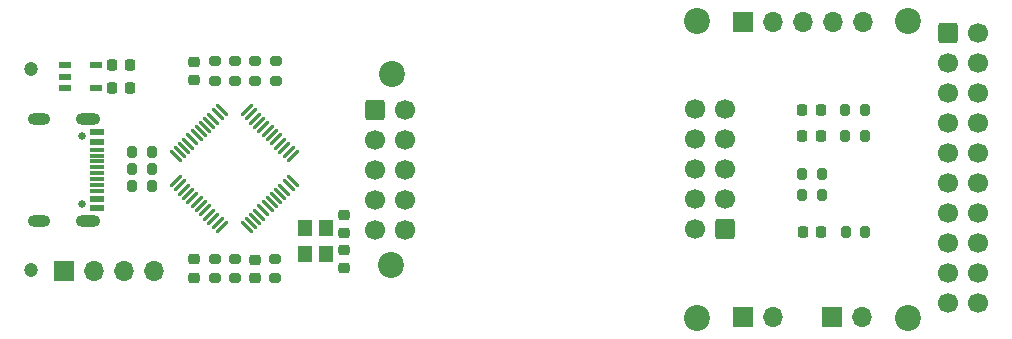
<source format=gts>
%TF.GenerationSoftware,KiCad,Pcbnew,(6.0.10)*%
%TF.CreationDate,2023-01-11T19:17:20+08:00*%
%TF.ProjectId,UINIO-DAP-Link,55494e49-4f2d-4444-9150-2d4c696e6b2e,Version 3.0.0*%
%TF.SameCoordinates,Original*%
%TF.FileFunction,Soldermask,Top*%
%TF.FilePolarity,Negative*%
%FSLAX46Y46*%
G04 Gerber Fmt 4.6, Leading zero omitted, Abs format (unit mm)*
G04 Created by KiCad (PCBNEW (6.0.10)) date 2023-01-11 19:17:20*
%MOMM*%
%LPD*%
G01*
G04 APERTURE LIST*
G04 Aperture macros list*
%AMRoundRect*
0 Rectangle with rounded corners*
0 $1 Rounding radius*
0 $2 $3 $4 $5 $6 $7 $8 $9 X,Y pos of 4 corners*
0 Add a 4 corners polygon primitive as box body*
4,1,4,$2,$3,$4,$5,$6,$7,$8,$9,$2,$3,0*
0 Add four circle primitives for the rounded corners*
1,1,$1+$1,$2,$3*
1,1,$1+$1,$4,$5*
1,1,$1+$1,$6,$7*
1,1,$1+$1,$8,$9*
0 Add four rect primitives between the rounded corners*
20,1,$1+$1,$2,$3,$4,$5,0*
20,1,$1+$1,$4,$5,$6,$7,0*
20,1,$1+$1,$6,$7,$8,$9,0*
20,1,$1+$1,$8,$9,$2,$3,0*%
%AMHorizOval*
0 Thick line with rounded ends*
0 $1 width*
0 $2 $3 position (X,Y) of the first rounded end (center of the circle)*
0 $4 $5 position (X,Y) of the second rounded end (center of the circle)*
0 Add line between two ends*
20,1,$1,$2,$3,$4,$5,0*
0 Add two circle primitives to create the rounded ends*
1,1,$1,$2,$3*
1,1,$1,$4,$5*%
G04 Aperture macros list end*
%ADD10R,1.700000X1.700000*%
%ADD11O,1.700000X1.700000*%
%ADD12C,1.200000*%
%ADD13RoundRect,0.250000X-0.600000X-0.600000X0.600000X-0.600000X0.600000X0.600000X-0.600000X0.600000X0*%
%ADD14C,1.700000*%
%ADD15RoundRect,0.218750X0.218750X0.256250X-0.218750X0.256250X-0.218750X-0.256250X0.218750X-0.256250X0*%
%ADD16RoundRect,0.225000X-0.250000X0.225000X-0.250000X-0.225000X0.250000X-0.225000X0.250000X0.225000X0*%
%ADD17RoundRect,0.200000X-0.275000X0.200000X-0.275000X-0.200000X0.275000X-0.200000X0.275000X0.200000X0*%
%ADD18RoundRect,0.225000X-0.225000X-0.250000X0.225000X-0.250000X0.225000X0.250000X-0.225000X0.250000X0*%
%ADD19RoundRect,0.200000X-0.200000X-0.275000X0.200000X-0.275000X0.200000X0.275000X-0.200000X0.275000X0*%
%ADD20C,2.200000*%
%ADD21R,1.200000X1.400000*%
%ADD22RoundRect,0.218750X0.256250X-0.218750X0.256250X0.218750X-0.256250X0.218750X-0.256250X-0.218750X0*%
%ADD23RoundRect,0.200000X0.275000X-0.200000X0.275000X0.200000X-0.275000X0.200000X-0.275000X-0.200000X0*%
%ADD24R,1.000000X0.600000*%
%ADD25RoundRect,0.218750X-0.256250X0.218750X-0.256250X-0.218750X0.256250X-0.218750X0.256250X0.218750X0*%
%ADD26RoundRect,0.225000X0.225000X0.250000X-0.225000X0.250000X-0.225000X-0.250000X0.225000X-0.250000X0*%
%ADD27RoundRect,0.250000X0.600000X0.600000X-0.600000X0.600000X-0.600000X-0.600000X0.600000X-0.600000X0*%
%ADD28HorizOval,0.270000X-0.434871X0.434871X0.434871X-0.434871X0*%
%ADD29HorizOval,0.270000X0.434871X0.434871X-0.434871X-0.434871X0*%
%ADD30C,0.650000*%
%ADD31O,2.100000X1.000000*%
%ADD32O,1.900000X1.000000*%
%ADD33R,1.150000X0.600000*%
%ADD34R,1.150000X0.300000*%
%ADD35RoundRect,0.200000X0.200000X0.275000X-0.200000X0.275000X-0.200000X-0.275000X0.200000X-0.275000X0*%
%ADD36RoundRect,0.225000X0.250000X-0.225000X0.250000X0.225000X-0.250000X0.225000X-0.250000X-0.225000X0*%
G04 APERTURE END LIST*
D10*
%TO.C,J6*%
X106940000Y-115940000D03*
D11*
X109480000Y-115940000D03*
X112020000Y-115940000D03*
X114560000Y-115940000D03*
%TD*%
D12*
%TO.C,HOLE2*%
X104170000Y-115860000D03*
%TD*%
D13*
%TO.C,J7*%
X133240000Y-102320000D03*
D14*
X135780000Y-102320000D03*
X133240000Y-104860000D03*
X135780000Y-104860000D03*
X133240000Y-107400000D03*
X135780000Y-107400000D03*
X133240000Y-109940000D03*
X135780000Y-109940000D03*
X133240000Y-112480000D03*
X135780000Y-112480000D03*
%TD*%
D15*
%TO.C,D1*%
X171057500Y-112710000D03*
X169482500Y-112710000D03*
%TD*%
D16*
%TO.C,C3*%
X130670000Y-114195000D03*
X130670000Y-115745000D03*
%TD*%
D17*
%TO.C,R11*%
X119723750Y-114955000D03*
X119723750Y-116605000D03*
%TD*%
D18*
%TO.C,C2*%
X111025000Y-98534000D03*
X112575000Y-98534000D03*
%TD*%
D19*
%TO.C,R2*%
X173094000Y-104550000D03*
X174744000Y-104550000D03*
%TD*%
D20*
%TO.C,HOLE8*%
X178414000Y-94810000D03*
%TD*%
D15*
%TO.C,D3*%
X171047500Y-102330000D03*
X169472500Y-102330000D03*
%TD*%
D20*
%TO.C,HOLE7*%
X178434000Y-119950000D03*
%TD*%
D16*
%TO.C,C5*%
X123111250Y-115005000D03*
X123111250Y-116555000D03*
%TD*%
D13*
%TO.C,J2*%
X181808500Y-95792000D03*
D14*
X184348500Y-95792000D03*
X181808500Y-98332000D03*
X184348500Y-98332000D03*
X181808500Y-100872000D03*
X184348500Y-100872000D03*
X181808500Y-103412000D03*
X184348500Y-103412000D03*
X181808500Y-105952000D03*
X184348500Y-105952000D03*
X181808500Y-108492000D03*
X184348500Y-108492000D03*
X181808500Y-111032000D03*
X184348500Y-111032000D03*
X181808500Y-113572000D03*
X184348500Y-113572000D03*
X181808500Y-116112000D03*
X184348500Y-116112000D03*
X181808500Y-118652000D03*
X184348500Y-118652000D03*
%TD*%
D21*
%TO.C,Y1*%
X127390000Y-112320000D03*
X127390000Y-114520000D03*
X129090000Y-114520000D03*
X129090000Y-112320000D03*
%TD*%
D22*
%TO.C,D4*%
X117990000Y-116567500D03*
X117990000Y-114992500D03*
%TD*%
D19*
%TO.C,R3*%
X173094000Y-102340000D03*
X174744000Y-102340000D03*
%TD*%
D23*
%TO.C,R12*%
X119717500Y-99875000D03*
X119717500Y-98225000D03*
%TD*%
D24*
%TO.C,U1*%
X107070000Y-98574000D03*
X107070000Y-99524000D03*
X107070000Y-100474000D03*
X109670000Y-100474000D03*
X109670000Y-98574000D03*
%TD*%
D10*
%TO.C,J4*%
X164415000Y-119864000D03*
D11*
X166955000Y-119864000D03*
%TD*%
D25*
%TO.C,D5*%
X117960000Y-98262500D03*
X117960000Y-99837500D03*
%TD*%
D26*
%TO.C,C1*%
X112575000Y-100464000D03*
X111025000Y-100464000D03*
%TD*%
D12*
%TO.C,HOLE1*%
X104170000Y-98860000D03*
%TD*%
D17*
%TO.C,R6*%
X124805000Y-114955000D03*
X124805000Y-116605000D03*
%TD*%
D27*
%TO.C,J5*%
X162901500Y-112450000D03*
D14*
X160361500Y-112450000D03*
X162901500Y-109910000D03*
X160361500Y-109910000D03*
X162901500Y-107370000D03*
X160361500Y-107370000D03*
X162901500Y-104830000D03*
X160361500Y-104830000D03*
X162901500Y-102290000D03*
X160361500Y-102290000D03*
%TD*%
D28*
%TO.C,U2*%
X122420660Y-112259747D03*
X122774214Y-111906194D03*
X123127767Y-111552641D03*
X123481320Y-111199087D03*
X123834874Y-110845534D03*
X124188427Y-110491981D03*
X124541981Y-110138427D03*
X124895534Y-109784874D03*
X125249087Y-109431320D03*
X125602641Y-109077767D03*
X125956194Y-108724214D03*
X126309747Y-108370660D03*
D29*
X126309747Y-106249340D03*
X125956194Y-105895786D03*
X125602641Y-105542233D03*
X125249087Y-105188680D03*
X124895534Y-104835126D03*
X124541981Y-104481573D03*
X124188427Y-104128019D03*
X123834874Y-103774466D03*
X123481320Y-103420913D03*
X123127767Y-103067359D03*
X122774214Y-102713806D03*
X122420660Y-102360253D03*
D28*
X120299340Y-102360253D03*
X119945786Y-102713806D03*
X119592233Y-103067359D03*
X119238680Y-103420913D03*
X118885126Y-103774466D03*
X118531573Y-104128019D03*
X118178019Y-104481573D03*
X117824466Y-104835126D03*
X117470913Y-105188680D03*
X117117359Y-105542233D03*
X116763806Y-105895786D03*
X116410253Y-106249340D03*
D29*
X116410253Y-108370660D03*
X116763806Y-108724214D03*
X117117359Y-109077767D03*
X117470913Y-109431320D03*
X117824466Y-109784874D03*
X118178019Y-110138427D03*
X118531573Y-110491981D03*
X118885126Y-110845534D03*
X119238680Y-111199087D03*
X119592233Y-111552641D03*
X119945786Y-111906194D03*
X120299340Y-112259747D03*
%TD*%
D20*
%TO.C,HOLE6*%
X160554000Y-119920000D03*
%TD*%
D30*
%TO.C,USB1*%
X108489000Y-110340000D03*
X108489000Y-104560000D03*
D31*
X108989000Y-103125000D03*
X108989000Y-111775000D03*
D32*
X104789000Y-103125000D03*
X104789000Y-111775000D03*
D33*
X109751000Y-104250000D03*
X109751000Y-105050000D03*
D34*
X109751000Y-106200000D03*
X109751000Y-107200000D03*
X109751000Y-107700000D03*
X109751000Y-108700000D03*
D33*
X109751000Y-110650000D03*
X109751000Y-109850000D03*
D34*
X109751000Y-109200000D03*
X109751000Y-108200000D03*
X109751000Y-106700000D03*
X109751000Y-105700000D03*
%TD*%
D10*
%TO.C,J1*%
X164405000Y-94894000D03*
D11*
X166945000Y-94894000D03*
X169485000Y-94894000D03*
X172025000Y-94894000D03*
X174565000Y-94894000D03*
%TD*%
D35*
%TO.C,R5*%
X171105000Y-107770000D03*
X169455000Y-107770000D03*
%TD*%
%TO.C,R15*%
X114375000Y-108780000D03*
X112725000Y-108780000D03*
%TD*%
D20*
%TO.C,HOLE4*%
X134710000Y-99260000D03*
%TD*%
D35*
%TO.C,R13*%
X114375000Y-107320000D03*
X112725000Y-107320000D03*
%TD*%
D23*
%TO.C,R7*%
X124870000Y-99875000D03*
X124870000Y-98225000D03*
%TD*%
D20*
%TO.C,HOLE5*%
X160514000Y-94810000D03*
%TD*%
D35*
%TO.C,R14*%
X114375000Y-105860000D03*
X112725000Y-105860000D03*
%TD*%
D15*
%TO.C,D2*%
X171047500Y-104510000D03*
X169472500Y-104510000D03*
%TD*%
D20*
%TO.C,HOLE3*%
X134670000Y-115510000D03*
%TD*%
D36*
%TO.C,C4*%
X130670000Y-112785000D03*
X130670000Y-111235000D03*
%TD*%
D23*
%TO.C,R8*%
X123152500Y-99875000D03*
X123152500Y-98225000D03*
%TD*%
D17*
%TO.C,R9*%
X121435000Y-98225000D03*
X121435000Y-99875000D03*
%TD*%
D35*
%TO.C,R1*%
X174805000Y-112710000D03*
X173155000Y-112710000D03*
%TD*%
%TO.C,R4*%
X171105000Y-109550000D03*
X169455000Y-109550000D03*
%TD*%
D10*
%TO.C,J3*%
X171975000Y-119864000D03*
D11*
X174515000Y-119864000D03*
%TD*%
D17*
%TO.C,R10*%
X121417500Y-114955000D03*
X121417500Y-116605000D03*
%TD*%
M02*

</source>
